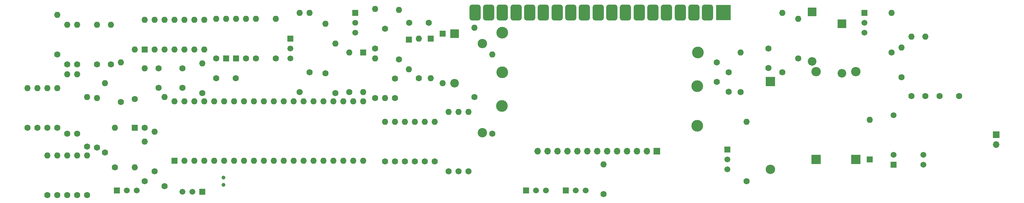
<source format=gts>
%TF.GenerationSoftware,KiCad,Pcbnew,8.0.1*%
%TF.CreationDate,2024-06-06T00:05:14+02:00*%
%TF.ProjectId,BMW E30 VFL SI Board,424d5720-4533-4302-9056-464c20534920,rev?*%
%TF.SameCoordinates,Original*%
%TF.FileFunction,Soldermask,Top*%
%TF.FilePolarity,Negative*%
%FSLAX46Y46*%
G04 Gerber Fmt 4.6, Leading zero omitted, Abs format (unit mm)*
G04 Created by KiCad (PCBNEW 8.0.1) date 2024-06-06 00:05:14*
%MOMM*%
%LPD*%
G01*
G04 APERTURE LIST*
G04 Aperture macros list*
%AMRoundRect*
0 Rectangle with rounded corners*
0 $1 Rounding radius*
0 $2 $3 $4 $5 $6 $7 $8 $9 X,Y pos of 4 corners*
0 Add a 4 corners polygon primitive as box body*
4,1,4,$2,$3,$4,$5,$6,$7,$8,$9,$2,$3,0*
0 Add four circle primitives for the rounded corners*
1,1,$1+$1,$2,$3*
1,1,$1+$1,$4,$5*
1,1,$1+$1,$6,$7*
1,1,$1+$1,$8,$9*
0 Add four rect primitives between the rounded corners*
20,1,$1+$1,$2,$3,$4,$5,0*
20,1,$1+$1,$4,$5,$6,$7,0*
20,1,$1+$1,$6,$7,$8,$9,0*
20,1,$1+$1,$8,$9,$2,$3,0*%
G04 Aperture macros list end*
%ADD10R,1.700000X1.700000*%
%ADD11O,1.700000X1.700000*%
%ADD12R,1.600000X1.600000*%
%ADD13O,1.600000X1.600000*%
%ADD14R,2.200000X2.200000*%
%ADD15O,2.200000X2.200000*%
%ADD16C,1.600000*%
%ADD17R,2.400000X2.400000*%
%ADD18O,2.400000X2.400000*%
%ADD19R,1.500000X1.500000*%
%ADD20C,1.500000*%
%ADD21C,3.000000*%
%ADD22C,1.000000*%
%ADD23C,2.400000*%
%ADD24R,3.800000X4.000000*%
%ADD25RoundRect,0.500000X-0.900000X-1.500000X0.900000X-1.500000X0.900000X1.500000X-0.900000X1.500000X0*%
G04 APERTURE END LIST*
D10*
%TO.C,JP10*%
X316915600Y-133785000D03*
D11*
X316915600Y-136325000D03*
%TD*%
D12*
%TO.C,D3*%
X122504000Y-114232000D03*
D13*
X122504000Y-104072000D03*
%TD*%
D14*
%TO.C,D8*%
X178384000Y-107882000D03*
D15*
X178384000Y-120582000D03*
%TD*%
D16*
%TO.C,R34*%
X170764000Y-140648000D03*
D13*
X170764000Y-130488000D03*
%TD*%
D16*
%TO.C,C3*%
X117424000Y-119312000D03*
X122424000Y-119312000D03*
%TD*%
D17*
%TO.C,C10*%
X270840000Y-140140000D03*
D18*
X270840000Y-117640000D03*
%TD*%
D16*
%TO.C,R19*%
X99136000Y-145728000D03*
D13*
X99136000Y-135568000D03*
%TD*%
D16*
%TO.C,R103*%
X91516000Y-142172000D03*
D13*
X91516000Y-132012000D03*
%TD*%
D16*
%TO.C,R9*%
X76784000Y-132012000D03*
D13*
X76784000Y-121852000D03*
%TD*%
D16*
%TO.C,R109*%
X160604000Y-106612000D03*
D13*
X160604000Y-124392000D03*
%TD*%
D16*
%TO.C,R11*%
X88988000Y-138362000D03*
D13*
X88988000Y-120582000D03*
%TD*%
D16*
%TO.C,R45*%
X266268000Y-114232000D03*
D13*
X266268000Y-104072000D03*
%TD*%
D16*
%TO.C,R17*%
X93040000Y-125408000D03*
D13*
X93040000Y-115248000D03*
%TD*%
D19*
%TO.C,Q1*%
X92024000Y-148120000D03*
D20*
X94564000Y-148120000D03*
X97104000Y-148120000D03*
%TD*%
D16*
%TO.C,R3*%
X79324000Y-149284000D03*
D13*
X79324000Y-139124000D03*
%TD*%
D16*
%TO.C,R47*%
X295224000Y-123884000D03*
D13*
X295224000Y-108644000D03*
%TD*%
D16*
%TO.C,R39*%
X164160000Y-114486000D03*
D13*
X164160000Y-101786000D03*
%TD*%
D16*
%TO.C,R105*%
X113868000Y-123122000D03*
D13*
X113868000Y-115502000D03*
%TD*%
D21*
%TO.C,BT1*%
X240468000Y-131492000D03*
X240468000Y-121332000D03*
X190468000Y-126412000D03*
%TD*%
D16*
%TO.C,R112*%
X216484000Y-149030000D03*
D13*
X216484000Y-141410000D03*
%TD*%
D16*
%TO.C,C4*%
X163144000Y-124392000D03*
X163144000Y-119392000D03*
%TD*%
D19*
%TO.C,K1*%
X290652000Y-141540000D03*
D20*
X290652000Y-139000000D03*
X290652000Y-128840000D03*
X298272000Y-139000000D03*
X298272000Y-141540000D03*
%TD*%
D16*
%TO.C,R40*%
X169240000Y-119312000D03*
D13*
X169240000Y-109152000D03*
%TD*%
D14*
%TO.C,D9*%
X269824000Y-102294000D03*
D15*
X269824000Y-114994000D03*
%TD*%
D16*
%TO.C,R26*%
X138760000Y-122868000D03*
D13*
X138760000Y-102548000D03*
%TD*%
D10*
%TO.C,J1*%
X230100000Y-138000000D03*
D11*
X227560000Y-138000000D03*
X225020000Y-138000000D03*
X222480000Y-138000000D03*
X219940000Y-138000000D03*
X217400000Y-138000000D03*
X214860000Y-138000000D03*
X212320000Y-138000000D03*
X209780000Y-138000000D03*
X207240000Y-138000000D03*
X204700000Y-138000000D03*
X202160000Y-138000000D03*
X199620000Y-138000000D03*
%TD*%
D16*
%TO.C,R15*%
X86944000Y-115756000D03*
D13*
X86944000Y-105596000D03*
%TD*%
D17*
%TO.C,C11*%
X281000000Y-140140000D03*
D18*
X281000000Y-117640000D03*
%TD*%
D12*
%TO.C,D2*%
X119964000Y-114232000D03*
D13*
X119964000Y-104072000D03*
%TD*%
D14*
%TO.C,D10*%
X277444000Y-105342000D03*
D15*
X277444000Y-118042000D03*
%TD*%
D16*
%TO.C,R22*%
X117424000Y-114232000D03*
D13*
X117424000Y-104072000D03*
%TD*%
D16*
%TO.C,R5*%
X84404000Y-149284000D03*
D13*
X84404000Y-139124000D03*
%TD*%
D12*
%TO.C,D6*%
X172288000Y-109152000D03*
D13*
X172288000Y-119312000D03*
%TD*%
D19*
%TO.C,Q4*%
X152984000Y-102548000D03*
D20*
X152984000Y-105088000D03*
X152984000Y-107628000D03*
%TD*%
D16*
%TO.C,R38*%
X181940000Y-143188000D03*
D13*
X181940000Y-127948000D03*
%TD*%
D12*
%TO.C,U2*%
X99131000Y-111936000D03*
D13*
X101671000Y-111936000D03*
X104211000Y-111936000D03*
X106751000Y-111936000D03*
X109291000Y-111936000D03*
X111831000Y-111936000D03*
X114371000Y-111936000D03*
X114371000Y-104316000D03*
X111831000Y-104316000D03*
X109291000Y-104316000D03*
X106751000Y-104316000D03*
X104211000Y-104316000D03*
X101671000Y-104316000D03*
X99131000Y-104316000D03*
%TD*%
D16*
%TO.C,R37*%
X179400000Y-143188000D03*
D13*
X179400000Y-127948000D03*
%TD*%
D16*
%TO.C,R14*%
X81864000Y-115756000D03*
D13*
X81864000Y-105596000D03*
%TD*%
D16*
%TO.C,R13*%
X79324000Y-115756000D03*
D13*
X79324000Y-105596000D03*
%TD*%
D16*
%TO.C,C8*%
X258648000Y-116732000D03*
X258648000Y-111732000D03*
%TD*%
D12*
%TO.C,D7*%
X175336000Y-107882000D03*
D13*
X175336000Y-120582000D03*
%TD*%
D12*
%TO.C,D11*%
X284556000Y-140140000D03*
D13*
X284556000Y-129980000D03*
%TD*%
D21*
%TO.C,BT2*%
X190600000Y-107628000D03*
X190600000Y-117788000D03*
X240600000Y-112708000D03*
%TD*%
D16*
%TO.C,R8*%
X74244000Y-132012000D03*
D13*
X74244000Y-121852000D03*
%TD*%
D19*
%TO.C,Q6*%
X206832000Y-148120000D03*
D20*
X209372000Y-148120000D03*
X211912000Y-148120000D03*
%TD*%
D16*
%TO.C,R16*%
X90500000Y-115756000D03*
D13*
X90500000Y-105596000D03*
%TD*%
D16*
%TO.C,R10*%
X86944000Y-137092000D03*
D13*
X86944000Y-124392000D03*
%TD*%
D16*
%TO.C,C6*%
X245440000Y-120248000D03*
X245440000Y-115248000D03*
%TD*%
D12*
%TO.C,D4*%
X155016000Y-112708000D03*
D13*
X155016000Y-122868000D03*
%TD*%
D16*
%TO.C,R36*%
X176860000Y-143188000D03*
D13*
X176860000Y-127948000D03*
%TD*%
D16*
%TO.C,R35*%
X173304000Y-140648000D03*
D13*
X173304000Y-130488000D03*
%TD*%
D22*
%TO.C,Y1*%
X119286000Y-146678000D03*
X119286000Y-144778000D03*
%TD*%
D16*
%TO.C,R20*%
X99136000Y-132012000D03*
D13*
X99136000Y-116772000D03*
%TD*%
D19*
%TO.C,Q5*%
X196672000Y-148120000D03*
D20*
X199212000Y-148120000D03*
X201752000Y-148120000D03*
%TD*%
D16*
%TO.C,R107*%
X147904000Y-123139000D03*
D13*
X147904000Y-110439000D03*
%TD*%
D16*
%TO.C,R30*%
X160604000Y-140648000D03*
D13*
X160604000Y-130488000D03*
%TD*%
D16*
%TO.C,R25*%
X132664000Y-114232000D03*
D13*
X132664000Y-104072000D03*
%TD*%
D17*
%TO.C,C9*%
X259156000Y-120180000D03*
D18*
X259156000Y-142680000D03*
%TD*%
D16*
%TO.C,R29*%
X158064000Y-111692000D03*
D13*
X158064000Y-101532000D03*
%TD*%
D19*
%TO.C,Q8*%
X283180000Y-102548000D03*
D20*
X283180000Y-105088000D03*
X283180000Y-107628000D03*
%TD*%
D19*
%TO.C,Q7*%
X248128000Y-137600000D03*
D20*
X248128000Y-140140000D03*
X248128000Y-142680000D03*
%TD*%
D16*
%TO.C,R101*%
X81864000Y-133536000D03*
D13*
X81864000Y-118296000D03*
%TD*%
D16*
%TO.C,R7*%
X71704000Y-132012000D03*
D13*
X71704000Y-121852000D03*
%TD*%
D16*
%TO.C,R12*%
X76784000Y-113216000D03*
D13*
X76784000Y-103056000D03*
%TD*%
D16*
%TO.C,R18*%
X96596000Y-124646000D03*
D13*
X96596000Y-111946000D03*
%TD*%
D16*
%TO.C,R100*%
X79324000Y-133536000D03*
D13*
X79324000Y-118296000D03*
%TD*%
D16*
%TO.C,R42*%
X253060000Y-145728000D03*
D13*
X253060000Y-130488000D03*
%TD*%
D16*
%TO.C,C12*%
X302376000Y-123884000D03*
X307376000Y-123884000D03*
%TD*%
%TO.C,C5*%
X166740000Y-105088000D03*
X171740000Y-105088000D03*
%TD*%
%TO.C,C1*%
X102692000Y-121812000D03*
X102692000Y-116812000D03*
%TD*%
D23*
%TO.C,R41*%
X185496000Y-133282000D03*
D18*
X185496000Y-110422000D03*
%TD*%
D24*
%TO.C,J2*%
X247100000Y-102500000D03*
D25*
X243100000Y-102500000D03*
X239600000Y-102500000D03*
X236100000Y-102500000D03*
X232600000Y-102500000D03*
X229100000Y-102500000D03*
X225600000Y-102500000D03*
X222100000Y-102500000D03*
X218600000Y-102500000D03*
X215100000Y-102500000D03*
X211600000Y-102500000D03*
X208100000Y-102500000D03*
X204600000Y-102500000D03*
X201100000Y-102500000D03*
X197600000Y-102500000D03*
X194100000Y-102500000D03*
X190600000Y-102500000D03*
X187100000Y-102500000D03*
X183600000Y-102500000D03*
%TD*%
D16*
%TO.C,R31*%
X163144000Y-140648000D03*
D13*
X163144000Y-130488000D03*
%TD*%
D16*
%TO.C,R111*%
X188036000Y-133536000D03*
D13*
X188036000Y-113216000D03*
%TD*%
D16*
%TO.C,R48*%
X298780000Y-123884000D03*
D13*
X298780000Y-108644000D03*
%TD*%
D16*
%TO.C,R33*%
X168224000Y-140648000D03*
D13*
X168224000Y-130488000D03*
%TD*%
D12*
%TO.C,U1*%
X106756000Y-140500000D03*
D13*
X109296000Y-140500000D03*
X111836000Y-140500000D03*
X114376000Y-140500000D03*
X116916000Y-140500000D03*
X119456000Y-140500000D03*
X121996000Y-140500000D03*
X124536000Y-140500000D03*
X127076000Y-140500000D03*
X129616000Y-140500000D03*
X132156000Y-140500000D03*
X134696000Y-140500000D03*
X137236000Y-140500000D03*
X139776000Y-140500000D03*
X142316000Y-140500000D03*
X144856000Y-140500000D03*
X147396000Y-140500000D03*
X149936000Y-140500000D03*
X152476000Y-140500000D03*
X155016000Y-140500000D03*
X155016000Y-125260000D03*
X152476000Y-125260000D03*
X149936000Y-125260000D03*
X147396000Y-125260000D03*
X144856000Y-125260000D03*
X142316000Y-125260000D03*
X139776000Y-125260000D03*
X137236000Y-125260000D03*
X134696000Y-125260000D03*
X132156000Y-125260000D03*
X129616000Y-125260000D03*
X127076000Y-125260000D03*
X124536000Y-125260000D03*
X121996000Y-125260000D03*
X119456000Y-125260000D03*
X116916000Y-125260000D03*
X114376000Y-125260000D03*
X111836000Y-125260000D03*
X109296000Y-125260000D03*
X106756000Y-125260000D03*
%TD*%
D19*
%TO.C,Q3*%
X136368000Y-109152000D03*
D20*
X136368000Y-111692000D03*
X136368000Y-114232000D03*
%TD*%
D16*
%TO.C,R27*%
X145364000Y-118042000D03*
D13*
X145364000Y-105342000D03*
%TD*%
D16*
%TO.C,R46*%
X290144000Y-112708000D03*
D13*
X290144000Y-102548000D03*
%TD*%
D16*
%TO.C,R108*%
X151460000Y-122868000D03*
D13*
X151460000Y-112708000D03*
%TD*%
D16*
%TO.C,R32*%
X165712000Y-140648000D03*
D13*
X165712000Y-130488000D03*
%TD*%
D16*
%TO.C,C7*%
X248488000Y-122828000D03*
X248488000Y-117828000D03*
%TD*%
%TO.C,R23*%
X125044000Y-114232000D03*
D13*
X125044000Y-104072000D03*
%TD*%
D16*
%TO.C,R102*%
X84404000Y-136855000D03*
D13*
X84404000Y-124155000D03*
%TD*%
D16*
%TO.C,R28*%
X158064000Y-124392000D03*
D13*
X158064000Y-114232000D03*
%TD*%
D16*
%TO.C,C2*%
X108788000Y-121812000D03*
X108788000Y-116812000D03*
%TD*%
%TO.C,R24*%
X127584000Y-114232000D03*
D13*
X127584000Y-104072000D03*
%TD*%
D16*
%TO.C,R6*%
X69164000Y-132012000D03*
D13*
X69164000Y-121852000D03*
%TD*%
D16*
%TO.C,R44*%
X262204000Y-117788000D03*
D13*
X262204000Y-102548000D03*
%TD*%
D12*
%TO.C,D1*%
X96596000Y-132012000D03*
D13*
X96596000Y-142172000D03*
%TD*%
D16*
%TO.C,R2*%
X76784000Y-149284000D03*
D13*
X76784000Y-139124000D03*
%TD*%
D16*
%TO.C,R113*%
X292684000Y-119058000D03*
D13*
X292684000Y-111438000D03*
%TD*%
D16*
%TO.C,R104*%
X104216000Y-146998000D03*
D13*
X104216000Y-124138000D03*
%TD*%
D16*
%TO.C,R1*%
X74244000Y-149284000D03*
D13*
X74244000Y-139124000D03*
%TD*%
D16*
%TO.C,R43*%
X251536000Y-122868000D03*
D13*
X251536000Y-112708000D03*
%TD*%
D16*
%TO.C,R4*%
X81864000Y-149284000D03*
D13*
X81864000Y-139124000D03*
%TD*%
D16*
%TO.C,R106*%
X141300000Y-117788000D03*
D13*
X141300000Y-102548000D03*
%TD*%
D16*
%TO.C,R110*%
X183464000Y-124138000D03*
D13*
X183464000Y-106358000D03*
%TD*%
D12*
%TO.C,D5*%
X166700000Y-109406000D03*
D13*
X166700000Y-117026000D03*
%TD*%
D16*
%TO.C,R21*%
X101676000Y-143188000D03*
D13*
X101676000Y-133028000D03*
%TD*%
D19*
%TO.C,Q2*%
X113868000Y-148416000D03*
D20*
X111328000Y-148416000D03*
X108788000Y-148416000D03*
%TD*%
M02*

</source>
